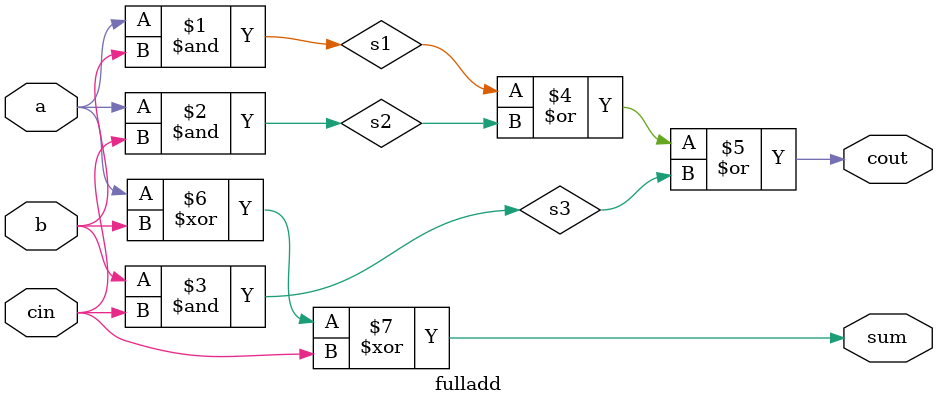
<source format=v>
module fulladd4(sum,cout,a,b,cin);
output[3:0] sum;
output cout;
input [3:0] a,b;
input cin;
wire c1,c2,c3;
fulladd fa0(sum[0],c1,a[0],b[0],cin);
fulladd fa1(sum[1],c2,a[1],b[1],c1);
fulladd fa2(sum[2],c3,a[2],b[2],c2);
fulladd fa3(sum[3],cout,a[3],b[3],c3);
endmodule

module fulladd(sum,cout,a,b,cin);
output sum,cout;
input a,b,cin;
wire s1,s2,s3;
and(s1,a,b);
and(s2,a,cin);
and(s3,b,cin);
or(cout,s1,s2,s3);
xor(sum,a,b,cin);
endmodule

</source>
